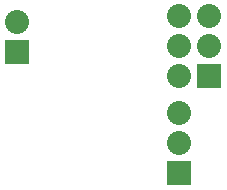
<source format=gbs>
G04 (created by PCBNEW-RS274X (2012-apr-16-27)-stable) date Sun 09 Nov 2014 09:22:59 PM UTC*
G01*
G70*
G90*
%MOIN*%
G04 Gerber Fmt 3.4, Leading zero omitted, Abs format*
%FSLAX34Y34*%
G04 APERTURE LIST*
%ADD10C,0.006000*%
%ADD11C,0.080000*%
%ADD12R,0.080000X0.080000*%
G04 APERTURE END LIST*
G54D10*
G54D11*
X31950Y-25700D03*
X32950Y-25700D03*
X31950Y-26700D03*
X32950Y-26700D03*
X31950Y-27700D03*
G54D12*
X32950Y-27700D03*
X31950Y-30950D03*
G54D11*
X31950Y-29950D03*
X31950Y-28950D03*
G54D12*
X26550Y-26900D03*
G54D11*
X26550Y-25900D03*
M02*

</source>
